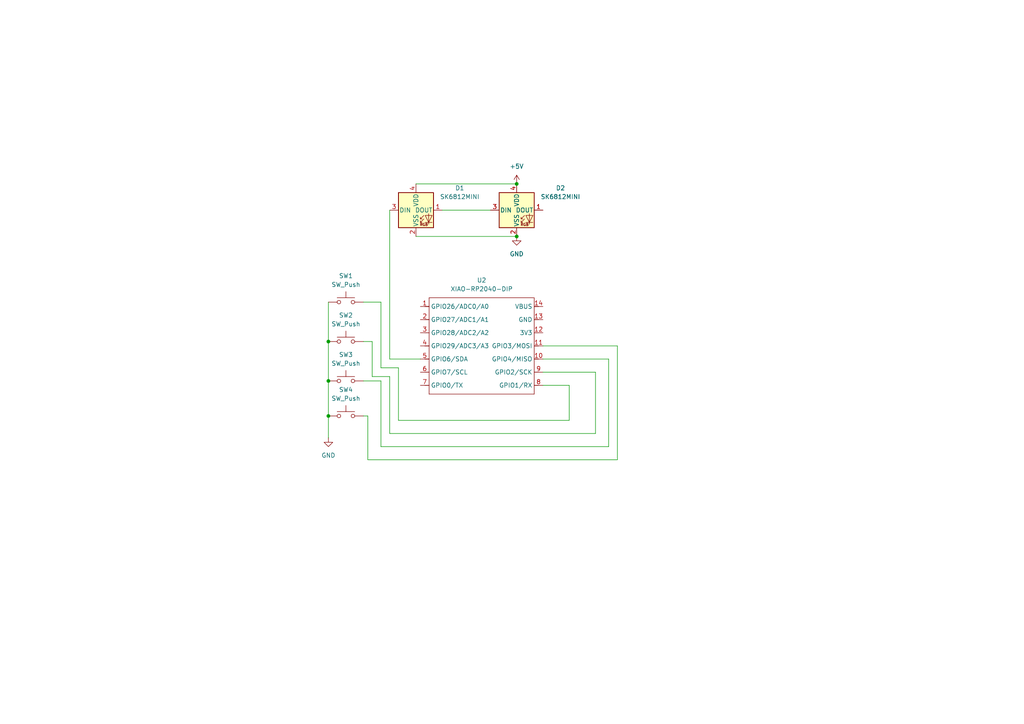
<source format=kicad_sch>
(kicad_sch (version 20250114) (generator "eeschema") (generator_version "9.0")
  (paper "A4")
  (lib_symbols
    (symbol "LED:SK6812MINI" (pin_names (offset 0.254))
      (property "Reference" "D" (at 5.08 5.715 0))
      (property "Value" "SK6812MINI" (at 1.27 -5.715 0))
      (symbol "SK6812MINI_0_0"
        (text "RGB" (at 2.286 -4.191 0) (effects (font (size 0.762 0.762))))
      )
      (symbol "SK6812MINI_0_1"
        (polyline (pts (xy 1.27 -2.54) (xy 1.778 -2.54)))
        (polyline (pts (xy 1.27 -3.556) (xy 1.778 -3.556)))
        (polyline (pts (xy 2.286 -1.524) (xy 1.27 -2.54) (xy 1.27 -2.032)))
        (polyline (pts (xy 2.286 -2.54) (xy 1.27 -3.556) (xy 1.27 -3.048)))
        (polyline (pts (xy 3.683 -1.016) (xy 3.683 -3.556) (xy 3.683 -4.064)))
        (polyline (pts (xy 4.699 -1.524) (xy 2.667 -1.524) (xy 3.683 -3.556) (xy 4.699 -1.524)))
        (polyline (pts (xy 4.699 -3.556) (xy 2.667 -3.556)))
        (rectangle (start 5.08 5.08) (end -5.08 -5.08) (stroke (width 0.254)) (fill (type background)))
      )
      (symbol "SK6812MINI_1_1"
        (pin input line (at -7.62 0 0) (length 2.54) (name "DIN") (number "3"))
        (pin power_in line (at 0 7.62 270) (length 2.54) (name "VDD") (number "4"))
        (pin power_in line (at 0 -7.62 90) (length 2.54) (name "VSS") (number "2"))
        (pin output line (at 7.62 0 180) (length 2.54) (name "DOUT") (number "1"))
      )
    )
    (symbol "OPL Library:XIAO-RP2040-DIP"
      (property "Reference" "U" (at 0 0 0))
      (property "Value" "XIAO-RP2040-DIP" (at 5.334 -1.778 0))
      (symbol "XIAO-RP2040-DIP_1_0"
        (polyline (pts (xy -1.27 -2.54) (xy 29.21 -2.54)) (stroke (width 0.1524)))
        (polyline (pts (xy -1.27 -5.08) (xy -2.54 -5.08)) (stroke (width 0.1524)))
        (polyline (pts (xy -1.27 -5.08) (xy -1.27 -2.54)) (stroke (width 0.1524)))
        (polyline (pts (xy -1.27 -8.89) (xy -2.54 -8.89)) (stroke (width 0.1524)))
        (polyline (pts (xy -1.27 -8.89) (xy -1.27 -5.08)) (stroke (width 0.1524)))
        (polyline (pts (xy -1.27 -12.7) (xy -2.54 -12.7)) (stroke (width 0.1524)))
        (polyline (pts (xy -1.27 -12.7) (xy -1.27 -8.89)) (stroke (width 0.1524)))
        (polyline (pts (xy -1.27 -16.51) (xy -2.54 -16.51)) (stroke (width 0.1524)))
        (polyline (pts (xy -1.27 -16.51) (xy -1.27 -12.7)) (stroke (width 0.1524)))
        (polyline (pts (xy -1.27 -20.32) (xy -2.54 -20.32)) (stroke (width 0.1524)))
        (polyline (pts (xy -1.27 -24.13) (xy -2.54 -24.13)) (stroke (width 0.1524)))
        (polyline (pts (xy -1.27 -27.94) (xy -2.54 -27.94)) (stroke (width 0.1524)))
        (polyline (pts (xy -1.27 -30.48) (xy -1.27 -16.51)) (stroke (width 0.1524)))
        (polyline (pts (xy 29.21 -2.54) (xy 29.21 -5.08)) (stroke (width 0.1524)))
        (polyline (pts (xy 29.21 -5.08) (xy 29.21 -8.89)) (stroke (width 0.1524)))
        (polyline (pts (xy 29.21 -8.89) (xy 29.21 -12.7)) (stroke (width 0.1524)))
        (polyline (pts (xy 29.21 -12.7) (xy 29.21 -30.48)) (stroke (width 0.1524)))
        (polyline (pts (xy 29.21 -30.48) (xy -1.27 -30.48)) (stroke (width 0.1524)))
        (polyline (pts (xy 30.48 -5.08) (xy 29.21 -5.08)) (stroke (width 0.1524)))
        (polyline (pts (xy 30.48 -8.89) (xy 29.21 -8.89)) (stroke (width 0.1524)))
        (polyline (pts (xy 30.48 -12.7) (xy 29.21 -12.7)) (stroke (width 0.1524)))
        (polyline (pts (xy 30.48 -16.51) (xy 29.21 -16.51)) (stroke (width 0.1524)))
        (polyline (pts (xy 30.48 -20.32) (xy 29.21 -20.32)) (stroke (width 0.1524)))
        (polyline (pts (xy 30.48 -24.13) (xy 29.21 -24.13)) (stroke (width 0.1524)))
        (polyline (pts (xy 30.48 -27.94) (xy 29.21 -27.94)) (stroke (width 0.1524)))
        (pin passive line (at -3.81 -5.08 0) (length 2.54) (name "GPIO26/ADC0/A0") (number "1"))
        (pin passive line (at -3.81 -8.89 0) (length 2.54) (name "GPIO27/ADC1/A1") (number "2"))
        (pin passive line (at -3.81 -12.7 0) (length 2.54) (name "GPIO28/ADC2/A2") (number "3"))
        (pin passive line (at -3.81 -16.51 0) (length 2.54) (name "GPIO29/ADC3/A3") (number "4"))
        (pin passive line (at -3.81 -20.32 0) (length 2.54) (name "GPIO6/SDA") (number "5"))
        (pin passive line (at -3.81 -24.13 0) (length 2.54) (name "GPIO7/SCL") (number "6"))
        (pin passive line (at -3.81 -27.94 0) (length 2.54) (name "GPIO0/TX") (number "7"))
        (pin passive line (at 31.75 -5.08 180) (length 2.54) (name "VBUS") (number "14"))
        (pin passive line (at 31.75 -8.89 180) (length 2.54) (name "GND") (number "13"))
        (pin passive line (at 31.75 -12.7 180) (length 2.54) (name "3V3") (number "12"))
        (pin passive line (at 31.75 -16.51 180) (length 2.54) (name "GPIO3/MOSI") (number "11"))
        (pin passive line (at 31.75 -20.32 180) (length 2.54) (name "GPIO4/MISO") (number "10"))
        (pin passive line (at 31.75 -24.13 180) (length 2.54) (name "GPIO2/SCK") (number "9"))
        (pin passive line (at 31.75 -27.94 180) (length 2.54) (name "GPIO1/RX") (number "8"))
      )
    )
    (symbol "Switch:SW_Push" (pin_numbers (hide yes)) (pin_names (offset 1.016) (hide yes))
      (property "Reference" "SW" (at 1.27 2.54 0))
      (property "Value" "SW_Push" (at 0 -1.524 0))
      (symbol "SW_Push_0_1"
        (circle (center -2.032 0) (radius 0.508))
        (polyline (pts (xy 0 1.27) (xy 0 3.048)))
        (circle (center 2.032 0) (radius 0.508))
        (polyline (pts (xy 2.54 1.27) (xy -2.54 1.27)))
        (pin passive line (at -5.08 0 0) (length 2.54) (name "1") (number "1"))
        (pin passive line (at 5.08 0 180) (length 2.54) (name "2") (number "2"))
      )
    )
    (symbol "power:+5V" (power) (pin_numbers (hide yes)) (pin_names (offset 0) (hide yes))
      (property "Value" "+5V" (at 0 3.556 0))
      (symbol "+5V_0_1"
        (polyline (pts (xy -0.762 1.27) (xy 0 2.54)))
        (polyline (pts (xy 0 2.54) (xy 0.762 1.27)))
        (polyline (pts (xy 0 0) (xy 0 2.54)))
      )
      (symbol "+5V_1_1"
        (pin power_in line (at 0 0 90) (length 0) (name "~") (number "1"))
      )
    )
    (symbol "power:GND" (power) (pin_numbers (hide yes)) (pin_names (offset 0) (hide yes))
      (property "Value" "GND" (at 0 -3.81 0))
      (symbol "GND_0_1"
        (polyline (pts (xy 0 0) (xy 0 -1.27) (xy 1.27 -1.27) (xy 0 -2.54) (xy -1.27 -1.27) (xy 0 -1.27)))
      )
      (symbol "GND_1_1"
        (pin power_in line (at 0 0 270) (length 0) (name "~") (number "1"))
      )
    )
  )
  (junction (at 95.25 110.49))
  (junction (at 149.86 53.34))
  (junction (at 95.25 99.06))
  (junction (at 149.86 68.58))
  (junction (at 95.25 120.65))
  (wire (pts (xy 110.49 106.68) (xy 110.49 87.63)))
  (wire (pts (xy 113.03 125.73) (xy 172.72 125.73)))
  (wire (pts (xy 157.48 100.33) (xy 179.07 100.33)))
  (wire (pts (xy 172.72 125.73) (xy 172.72 107.95)))
  (wire (pts (xy 107.95 109.22) (xy 113.03 109.22)))
  (wire (pts (xy 95.25 120.65) (xy 95.25 127)))
  (wire (pts (xy 95.25 110.49) (xy 95.25 120.65)))
  (wire (pts (xy 157.48 111.76) (xy 165.1 111.76)))
  (wire (pts (xy 107.95 99.06) (xy 107.95 109.22)))
  (wire (pts (xy 172.72 107.95) (xy 157.48 107.95)))
  (wire (pts (xy 113.03 104.14) (xy 113.03 60.96)))
  (wire (pts (xy 165.1 121.92) (xy 115.57 121.92)))
  (wire (pts (xy 176.53 104.14) (xy 176.53 129.54)))
  (wire (pts (xy 179.07 100.33) (xy 179.07 133.35)))
  (wire (pts (xy 176.53 129.54) (xy 110.49 129.54)))
  (wire (pts (xy 115.57 121.92) (xy 115.57 106.68)))
  (wire (pts (xy 106.68 133.35) (xy 106.68 120.65)))
  (wire (pts (xy 128.27 60.96) (xy 142.24 60.96)))
  (wire (pts (xy 113.03 109.22) (xy 113.03 125.73)))
  (wire (pts (xy 106.68 120.65) (xy 105.41 120.65)))
  (wire (pts (xy 95.25 87.63) (xy 95.25 99.06)))
  (wire (pts (xy 179.07 133.35) (xy 106.68 133.35)))
  (wire (pts (xy 105.41 99.06) (xy 107.95 99.06)))
  (wire (pts (xy 110.49 87.63) (xy 105.41 87.63)))
  (wire (pts (xy 110.49 110.49) (xy 105.41 110.49)))
  (wire (pts (xy 120.65 53.34) (xy 149.86 53.34)))
  (wire (pts (xy 120.65 68.58) (xy 149.86 68.58)))
  (wire (pts (xy 121.92 104.14) (xy 113.03 104.14)))
  (wire (pts (xy 95.25 99.06) (xy 95.25 110.49)))
  (wire (pts (xy 115.57 106.68) (xy 110.49 106.68)))
  (wire (pts (xy 110.49 129.54) (xy 110.49 110.49)))
  (wire (pts (xy 165.1 111.76) (xy 165.1 121.92)))
  (wire (pts (xy 157.48 104.14) (xy 176.53 104.14)))
  (symbol (lib_id "Switch:SW_Push") (at 100.33 110.49 0) (unit 1)
    (property "Reference" "SW3" (at 100.33 102.87 0))
    (property "Value" "SW_Push" (at 100.33 105.41 0))
    (property "Footprint" "Button_Switch_Keyboard:SW_Cherry_MX_1.00u_PCB" (effects (hide yes)))
    (property "Description" "Push button switch, generic, two pins" (effects (hide yes)))
  )
  (symbol (lib_id "LED:SK6812MINI") (at 120.65 60.96 0) (unit 1)
    (property "Reference" "D1" (at 133.35 54.5398 0))
    (property "Value" "SK6812MINI" (at 133.35 57.0798 0))
    (property "Footprint" "LED_SMD:LED_SK6812MINI_PLCC4_3.5x3.5mm_P1.75mm" (effects (hide yes)))
    (property "Datasheet" "https://cdn-shop.adafruit.com/product-files/2686/SK6812MINI_REV.01-1-2.pdf" (effects (hide yes)))
    (property "Description" "RGB LED with integrated controller" (effects (hide yes)))
  )
  (symbol (lib_id "Switch:SW_Push") (at 100.33 120.65 0) (unit 1)
    (property "Reference" "SW4" (at 100.33 113.03 0))
    (property "Value" "SW_Push" (at 100.33 115.57 0))
    (property "Footprint" "Button_Switch_Keyboard:SW_Cherry_MX_1.00u_PCB" (effects (hide yes)))
    (property "Description" "Push button switch, generic, two pins" (effects (hide yes)))
  )
  (symbol (lib_id "power:+5V") (at 149.86 53.34 0) (unit 1)
    (property "Reference" "#PWR03" (effects (hide yes)))
    (property "Value" "+5V" (at 149.86 48.26 0))
    (property "Description" "Power symbol creates a global label with name \"+5V\"" (effects (hide yes)))
  )
  (symbol (lib_id "Switch:SW_Push") (at 100.33 87.63 0) (unit 1)
    (property "Reference" "SW1" (at 100.33 80.01 0))
    (property "Value" "SW_Push" (at 100.33 82.55 0))
    (property "Footprint" "Button_Switch_Keyboard:SW_Cherry_MX_1.00u_PCB" (effects (hide yes)))
    (property "Description" "Push button switch, generic, two pins" (effects (hide yes)))
  )
  (symbol (lib_id "OPL Library:XIAO-RP2040-DIP") (at 125.73 83.82 0) (unit 1)
    (property "Reference" "U2" (at 139.7 81.28 0))
    (property "Value" "XIAO-RP2040-DIP" (at 139.7 83.82 0))
    (property "Footprint" "OPL Footprint Library:XIAO-RP2040-DIP" (effects (hide yes)))
  )
  (symbol (lib_id "Switch:SW_Push") (at 100.33 99.06 0) (unit 1)
    (property "Reference" "SW2" (at 100.33 91.44 0))
    (property "Value" "SW_Push" (at 100.33 93.98 0))
    (property "Footprint" "Button_Switch_Keyboard:SW_Cherry_MX_1.00u_PCB" (effects (hide yes)))
    (property "Description" "Push button switch, generic, two pins" (effects (hide yes)))
  )
  (symbol (lib_id "LED:SK6812MINI") (at 149.86 60.96 0) (unit 1)
    (property "Reference" "D2" (at 162.56 54.5398 0))
    (property "Value" "SK6812MINI" (at 162.56 57.0798 0))
    (property "Footprint" "LED_SMD:LED_SK6812MINI_PLCC4_3.5x3.5mm_P1.75mm" (effects (hide yes)))
    (property "Datasheet" "https://cdn-shop.adafruit.com/product-files/2686/SK6812MINI_REV.01-1-2.pdf" (effects (hide yes)))
    (property "Description" "RGB LED with integrated controller" (effects (hide yes)))
  )
  (symbol (lib_id "power:GND") (at 95.25 127 0) (unit 1)
    (property "Reference" "#PWR01" (effects (hide yes)))
    (property "Value" "GND" (at 95.25 132.08 0))
    (property "Description" "Power symbol creates a global label with name \"GND\" , ground" (effects (hide yes)))
  )
  (symbol (lib_id "power:GND") (at 149.86 68.58 0) (unit 1)
    (property "Reference" "#PWR02" (effects (hide yes)))
    (property "Value" "GND" (at 149.86 73.66 0))
    (property "Description" "Power symbol creates a global label with name \"GND\" , ground" (effects (hide yes)))
  )
)
</source>
